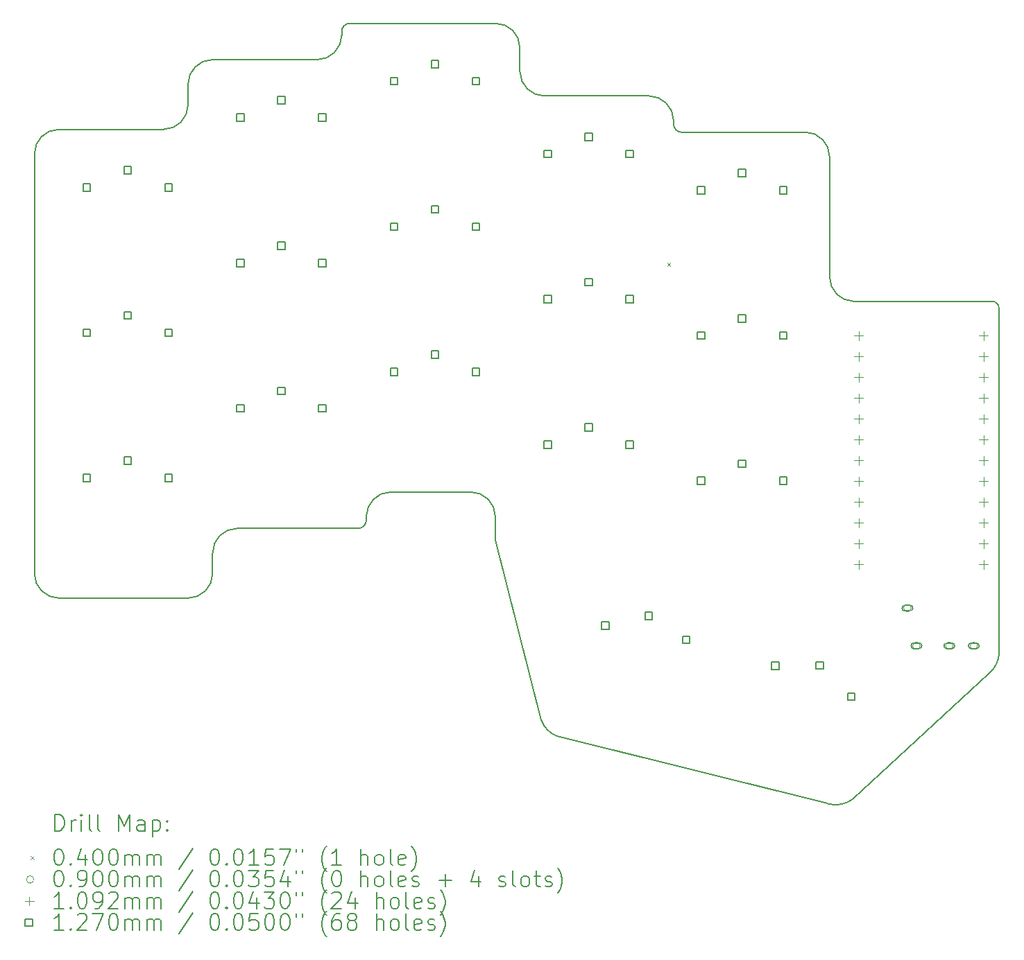
<source format=gbr>
%FSLAX45Y45*%
G04 Gerber Fmt 4.5, Leading zero omitted, Abs format (unit mm)*
G04 Created by KiCad (PCBNEW (6.0.1)) date 2022-01-21 15:59:15*
%MOMM*%
%LPD*%
G01*
G04 APERTURE LIST*
%TA.AperFunction,Profile*%
%ADD10C,0.150000*%
%TD*%
%ADD11C,0.200000*%
%ADD12C,0.040000*%
%ADD13C,0.090000*%
%ADD14C,0.109220*%
%ADD15C,0.127000*%
G04 APERTURE END LIST*
D10*
X14565868Y-9813440D02*
G75*
G03*
X14265868Y-9513440I-300000J0D01*
G01*
X10486500Y-14496750D02*
X10486500Y-14209250D01*
X12661500Y-9415500D02*
G75*
G03*
X12761500Y-9515500I100000J0D01*
G01*
X10786500Y-8484250D02*
G75*
G03*
X10486500Y-8184250I-300000J0D01*
G01*
X16636500Y-11684000D02*
G75*
G03*
X16573500Y-11581368I-87502J16940D01*
G01*
X8311500Y-8628000D02*
G75*
G03*
X8611500Y-8328000I0J300000D01*
G01*
X12661500Y-9371750D02*
X12661500Y-9415500D01*
X6736500Y-9180000D02*
X6736500Y-8928000D01*
X8711500Y-8184250D02*
X10486500Y-8184250D01*
X10786500Y-8771750D02*
G75*
G03*
X11086500Y-9071750I300000J0D01*
G01*
X14866197Y-11581368D02*
X16573500Y-11581368D01*
X7036500Y-8628000D02*
G75*
G03*
X6736500Y-8928000I0J-300000D01*
G01*
X16510000Y-16129000D02*
G75*
G03*
X16637000Y-15875000I-244625J281063D01*
G01*
X9211500Y-13909250D02*
G75*
G03*
X8911500Y-14209250I0J-300000D01*
G01*
X11049000Y-16700500D02*
G75*
G03*
X11239500Y-16891000I306697J116197D01*
G01*
X6736500Y-15205000D02*
G75*
G03*
X7036500Y-14905000I0J300000D01*
G01*
X8711500Y-8184250D02*
G75*
G03*
X8611500Y-8284250I0J-100000D01*
G01*
X14859000Y-17653000D02*
X16510000Y-16129000D01*
X10786500Y-8484250D02*
X10786500Y-8771750D01*
X8911500Y-14209250D02*
X8911500Y-14253000D01*
X4861500Y-14905000D02*
X4861500Y-9780000D01*
X6436500Y-9480000D02*
G75*
G03*
X6736500Y-9180000I0J300000D01*
G01*
X8811500Y-14353000D02*
G75*
G03*
X8911500Y-14253000I0J100000D01*
G01*
X5161500Y-9480000D02*
G75*
G03*
X4861500Y-9780000I0J-300000D01*
G01*
X11049000Y-16700500D02*
X10486500Y-14496750D01*
X14541500Y-17716500D02*
G75*
G03*
X14859000Y-17653000I97889J336057D01*
G01*
X14565868Y-9813440D02*
X14566197Y-11281368D01*
X7336500Y-14353000D02*
X8811500Y-14353000D01*
X14566197Y-11281368D02*
G75*
G03*
X14866197Y-11581368I300000J0D01*
G01*
X9211500Y-13909250D02*
X10186500Y-13909250D01*
X16637000Y-15875000D02*
X16636500Y-11684000D01*
X11239500Y-16891000D02*
X14541500Y-17716500D01*
X5161500Y-15205000D02*
X6736500Y-15205000D01*
X4861500Y-14905000D02*
G75*
G03*
X5161500Y-15205000I300000J0D01*
G01*
X11086500Y-9071750D02*
X12361500Y-9071750D01*
X12761500Y-9515500D02*
X14265868Y-9513440D01*
X5161500Y-9480000D02*
X6436500Y-9480000D01*
X8611500Y-8328000D02*
X8611500Y-8284250D01*
X7336500Y-14353000D02*
G75*
G03*
X7036500Y-14653000I0J-300000D01*
G01*
X7036500Y-8628000D02*
X8311500Y-8628000D01*
X10486500Y-14209250D02*
G75*
G03*
X10186500Y-13909250I-300000J0D01*
G01*
X12661500Y-9371750D02*
G75*
G03*
X12361500Y-9071750I-300000J0D01*
G01*
X7036500Y-14653000D02*
X7036500Y-14905000D01*
D11*
D12*
X12584250Y-11107070D02*
X12624250Y-11147070D01*
X12624250Y-11107070D02*
X12584250Y-11147070D01*
D13*
X15560250Y-15327500D02*
G75*
G03*
X15560250Y-15327500I-45000J0D01*
G01*
D11*
X15545250Y-15292500D02*
X15485250Y-15292500D01*
X15545250Y-15362500D02*
X15485250Y-15362500D01*
X15485250Y-15292500D02*
G75*
G03*
X15485250Y-15362500I0J-35000D01*
G01*
X15545250Y-15362500D02*
G75*
G03*
X15545250Y-15292500I0J35000D01*
G01*
D13*
X15670250Y-15787500D02*
G75*
G03*
X15670250Y-15787500I-45000J0D01*
G01*
D11*
X15655250Y-15752500D02*
X15595250Y-15752500D01*
X15655250Y-15822500D02*
X15595250Y-15822500D01*
X15595250Y-15752500D02*
G75*
G03*
X15595250Y-15822500I0J-35000D01*
G01*
X15655250Y-15822500D02*
G75*
G03*
X15655250Y-15752500I0J35000D01*
G01*
D13*
X16070250Y-15787500D02*
G75*
G03*
X16070250Y-15787500I-45000J0D01*
G01*
D11*
X16055250Y-15752500D02*
X15995250Y-15752500D01*
X16055250Y-15822500D02*
X15995250Y-15822500D01*
X15995250Y-15752500D02*
G75*
G03*
X15995250Y-15822500I0J-35000D01*
G01*
X16055250Y-15822500D02*
G75*
G03*
X16055250Y-15752500I0J35000D01*
G01*
D13*
X16370250Y-15787500D02*
G75*
G03*
X16370250Y-15787500I-45000J0D01*
G01*
D11*
X16355250Y-15752500D02*
X16295250Y-15752500D01*
X16355250Y-15822500D02*
X16295250Y-15822500D01*
X16295250Y-15752500D02*
G75*
G03*
X16295250Y-15822500I0J-35000D01*
G01*
X16355250Y-15822500D02*
G75*
G03*
X16355250Y-15752500I0J35000D01*
G01*
D14*
X14922500Y-11946890D02*
X14922500Y-12056110D01*
X14867890Y-12001500D02*
X14977110Y-12001500D01*
X14922500Y-12200890D02*
X14922500Y-12310110D01*
X14867890Y-12255500D02*
X14977110Y-12255500D01*
X14922500Y-12454890D02*
X14922500Y-12564110D01*
X14867890Y-12509500D02*
X14977110Y-12509500D01*
X14922500Y-12708890D02*
X14922500Y-12818110D01*
X14867890Y-12763500D02*
X14977110Y-12763500D01*
X14922500Y-12962890D02*
X14922500Y-13072110D01*
X14867890Y-13017500D02*
X14977110Y-13017500D01*
X14922500Y-13216890D02*
X14922500Y-13326110D01*
X14867890Y-13271500D02*
X14977110Y-13271500D01*
X14922500Y-13470890D02*
X14922500Y-13580110D01*
X14867890Y-13525500D02*
X14977110Y-13525500D01*
X14922500Y-13724890D02*
X14922500Y-13834110D01*
X14867890Y-13779500D02*
X14977110Y-13779500D01*
X14922500Y-13978890D02*
X14922500Y-14088110D01*
X14867890Y-14033500D02*
X14977110Y-14033500D01*
X14922500Y-14232890D02*
X14922500Y-14342110D01*
X14867890Y-14287500D02*
X14977110Y-14287500D01*
X14922500Y-14486890D02*
X14922500Y-14596110D01*
X14867890Y-14541500D02*
X14977110Y-14541500D01*
X14922500Y-14740890D02*
X14922500Y-14850110D01*
X14867890Y-14795500D02*
X14977110Y-14795500D01*
X16446500Y-11946890D02*
X16446500Y-12056110D01*
X16391890Y-12001500D02*
X16501110Y-12001500D01*
X16446500Y-12200890D02*
X16446500Y-12310110D01*
X16391890Y-12255500D02*
X16501110Y-12255500D01*
X16446500Y-12454890D02*
X16446500Y-12564110D01*
X16391890Y-12509500D02*
X16501110Y-12509500D01*
X16446500Y-12708890D02*
X16446500Y-12818110D01*
X16391890Y-12763500D02*
X16501110Y-12763500D01*
X16446500Y-12962890D02*
X16446500Y-13072110D01*
X16391890Y-13017500D02*
X16501110Y-13017500D01*
X16446500Y-13216890D02*
X16446500Y-13326110D01*
X16391890Y-13271500D02*
X16501110Y-13271500D01*
X16446500Y-13470890D02*
X16446500Y-13580110D01*
X16391890Y-13525500D02*
X16501110Y-13525500D01*
X16446500Y-13724890D02*
X16446500Y-13834110D01*
X16391890Y-13779500D02*
X16501110Y-13779500D01*
X16446500Y-13978890D02*
X16446500Y-14088110D01*
X16391890Y-14033500D02*
X16501110Y-14033500D01*
X16446500Y-14232890D02*
X16446500Y-14342110D01*
X16391890Y-14287500D02*
X16501110Y-14287500D01*
X16446500Y-14486890D02*
X16446500Y-14596110D01*
X16391890Y-14541500D02*
X16501110Y-14541500D01*
X16446500Y-14740890D02*
X16446500Y-14850110D01*
X16391890Y-14795500D02*
X16501110Y-14795500D01*
D15*
X5543902Y-10232402D02*
X5543902Y-10142598D01*
X5454098Y-10142598D01*
X5454098Y-10232402D01*
X5543902Y-10232402D01*
X5543902Y-12007402D02*
X5543902Y-11917598D01*
X5454098Y-11917598D01*
X5454098Y-12007402D01*
X5543902Y-12007402D01*
X5543902Y-13782402D02*
X5543902Y-13692598D01*
X5454098Y-13692598D01*
X5454098Y-13782402D01*
X5543902Y-13782402D01*
X6043902Y-10022402D02*
X6043902Y-9932598D01*
X5954098Y-9932598D01*
X5954098Y-10022402D01*
X6043902Y-10022402D01*
X6043902Y-10022402D02*
X6043902Y-9932598D01*
X5954098Y-9932598D01*
X5954098Y-10022402D01*
X6043902Y-10022402D01*
X6043902Y-11797402D02*
X6043902Y-11707598D01*
X5954098Y-11707598D01*
X5954098Y-11797402D01*
X6043902Y-11797402D01*
X6043902Y-11797402D02*
X6043902Y-11707598D01*
X5954098Y-11707598D01*
X5954098Y-11797402D01*
X6043902Y-11797402D01*
X6043902Y-13572402D02*
X6043902Y-13482598D01*
X5954098Y-13482598D01*
X5954098Y-13572402D01*
X6043902Y-13572402D01*
X6043902Y-13572402D02*
X6043902Y-13482598D01*
X5954098Y-13482598D01*
X5954098Y-13572402D01*
X6043902Y-13572402D01*
X6543902Y-10232402D02*
X6543902Y-10142598D01*
X6454098Y-10142598D01*
X6454098Y-10232402D01*
X6543902Y-10232402D01*
X6543902Y-12007402D02*
X6543902Y-11917598D01*
X6454098Y-11917598D01*
X6454098Y-12007402D01*
X6543902Y-12007402D01*
X6543902Y-13782402D02*
X6543902Y-13692598D01*
X6454098Y-13692598D01*
X6454098Y-13782402D01*
X6543902Y-13782402D01*
X7418902Y-9380402D02*
X7418902Y-9290598D01*
X7329098Y-9290598D01*
X7329098Y-9380402D01*
X7418902Y-9380402D01*
X7418902Y-11155402D02*
X7418902Y-11065598D01*
X7329098Y-11065598D01*
X7329098Y-11155402D01*
X7418902Y-11155402D01*
X7418902Y-12930402D02*
X7418902Y-12840598D01*
X7329098Y-12840598D01*
X7329098Y-12930402D01*
X7418902Y-12930402D01*
X7918902Y-9170402D02*
X7918902Y-9080598D01*
X7829098Y-9080598D01*
X7829098Y-9170402D01*
X7918902Y-9170402D01*
X7918902Y-9170402D02*
X7918902Y-9080598D01*
X7829098Y-9080598D01*
X7829098Y-9170402D01*
X7918902Y-9170402D01*
X7918902Y-10945402D02*
X7918902Y-10855598D01*
X7829098Y-10855598D01*
X7829098Y-10945402D01*
X7918902Y-10945402D01*
X7918902Y-10945402D02*
X7918902Y-10855598D01*
X7829098Y-10855598D01*
X7829098Y-10945402D01*
X7918902Y-10945402D01*
X7918902Y-12720402D02*
X7918902Y-12630598D01*
X7829098Y-12630598D01*
X7829098Y-12720402D01*
X7918902Y-12720402D01*
X7918902Y-12720402D02*
X7918902Y-12630598D01*
X7829098Y-12630598D01*
X7829098Y-12720402D01*
X7918902Y-12720402D01*
X8418902Y-9380402D02*
X8418902Y-9290598D01*
X8329098Y-9290598D01*
X8329098Y-9380402D01*
X8418902Y-9380402D01*
X8418902Y-11155402D02*
X8418902Y-11065598D01*
X8329098Y-11065598D01*
X8329098Y-11155402D01*
X8418902Y-11155402D01*
X8418902Y-12930402D02*
X8418902Y-12840598D01*
X8329098Y-12840598D01*
X8329098Y-12930402D01*
X8418902Y-12930402D01*
X9293902Y-8936652D02*
X9293902Y-8846848D01*
X9204098Y-8846848D01*
X9204098Y-8936652D01*
X9293902Y-8936652D01*
X9293902Y-10711652D02*
X9293902Y-10621848D01*
X9204098Y-10621848D01*
X9204098Y-10711652D01*
X9293902Y-10711652D01*
X9293902Y-12486652D02*
X9293902Y-12396848D01*
X9204098Y-12396848D01*
X9204098Y-12486652D01*
X9293902Y-12486652D01*
X9793902Y-8726652D02*
X9793902Y-8636848D01*
X9704098Y-8636848D01*
X9704098Y-8726652D01*
X9793902Y-8726652D01*
X9793902Y-8726652D02*
X9793902Y-8636848D01*
X9704098Y-8636848D01*
X9704098Y-8726652D01*
X9793902Y-8726652D01*
X9793902Y-10501652D02*
X9793902Y-10411848D01*
X9704098Y-10411848D01*
X9704098Y-10501652D01*
X9793902Y-10501652D01*
X9793902Y-10501652D02*
X9793902Y-10411848D01*
X9704098Y-10411848D01*
X9704098Y-10501652D01*
X9793902Y-10501652D01*
X9793902Y-12276652D02*
X9793902Y-12186848D01*
X9704098Y-12186848D01*
X9704098Y-12276652D01*
X9793902Y-12276652D01*
X9793902Y-12276652D02*
X9793902Y-12186848D01*
X9704098Y-12186848D01*
X9704098Y-12276652D01*
X9793902Y-12276652D01*
X10293902Y-8936652D02*
X10293902Y-8846848D01*
X10204098Y-8846848D01*
X10204098Y-8936652D01*
X10293902Y-8936652D01*
X10293902Y-10711652D02*
X10293902Y-10621848D01*
X10204098Y-10621848D01*
X10204098Y-10711652D01*
X10293902Y-10711652D01*
X10293902Y-12486652D02*
X10293902Y-12396848D01*
X10204098Y-12396848D01*
X10204098Y-12486652D01*
X10293902Y-12486652D01*
X11168902Y-9824152D02*
X11168902Y-9734348D01*
X11079098Y-9734348D01*
X11079098Y-9824152D01*
X11168902Y-9824152D01*
X11168902Y-11599152D02*
X11168902Y-11509348D01*
X11079098Y-11509348D01*
X11079098Y-11599152D01*
X11168902Y-11599152D01*
X11168902Y-13374152D02*
X11168902Y-13284348D01*
X11079098Y-13284348D01*
X11079098Y-13374152D01*
X11168902Y-13374152D01*
X11668902Y-9614152D02*
X11668902Y-9524348D01*
X11579098Y-9524348D01*
X11579098Y-9614152D01*
X11668902Y-9614152D01*
X11668902Y-9614152D02*
X11668902Y-9524348D01*
X11579098Y-9524348D01*
X11579098Y-9614152D01*
X11668902Y-9614152D01*
X11668902Y-11389152D02*
X11668902Y-11299348D01*
X11579098Y-11299348D01*
X11579098Y-11389152D01*
X11668902Y-11389152D01*
X11668902Y-11389152D02*
X11668902Y-11299348D01*
X11579098Y-11299348D01*
X11579098Y-11389152D01*
X11668902Y-11389152D01*
X11668902Y-13164152D02*
X11668902Y-13074348D01*
X11579098Y-13074348D01*
X11579098Y-13164152D01*
X11668902Y-13164152D01*
X11668902Y-13164152D02*
X11668902Y-13074348D01*
X11579098Y-13074348D01*
X11579098Y-13164152D01*
X11668902Y-13164152D01*
X11873984Y-15585851D02*
X11873984Y-15496047D01*
X11784181Y-15496047D01*
X11784181Y-15585851D01*
X11873984Y-15585851D01*
X12168902Y-9824152D02*
X12168902Y-9734348D01*
X12079098Y-9734348D01*
X12079098Y-9824152D01*
X12168902Y-9824152D01*
X12168902Y-11599152D02*
X12168902Y-11509348D01*
X12079098Y-11509348D01*
X12079098Y-11599152D01*
X12168902Y-11599152D01*
X12168902Y-13374152D02*
X12168902Y-13284348D01*
X12079098Y-13284348D01*
X12079098Y-13374152D01*
X12168902Y-13374152D01*
X12402854Y-15465865D02*
X12402854Y-15376062D01*
X12313051Y-15376062D01*
X12313051Y-15465865D01*
X12402854Y-15465865D01*
X12402854Y-15465865D02*
X12402854Y-15376062D01*
X12313051Y-15376062D01*
X12313051Y-15465865D01*
X12402854Y-15465865D01*
X12858792Y-15759499D02*
X12858792Y-15669695D01*
X12768988Y-15669695D01*
X12768988Y-15759499D01*
X12858792Y-15759499D01*
X13043902Y-10267902D02*
X13043902Y-10178098D01*
X12954098Y-10178098D01*
X12954098Y-10267902D01*
X13043902Y-10267902D01*
X13043902Y-12042902D02*
X13043902Y-11953098D01*
X12954098Y-11953098D01*
X12954098Y-12042902D01*
X13043902Y-12042902D01*
X13043902Y-13817902D02*
X13043902Y-13728098D01*
X12954098Y-13728098D01*
X12954098Y-13817902D01*
X13043902Y-13817902D01*
X13543902Y-10057902D02*
X13543902Y-9968098D01*
X13454098Y-9968098D01*
X13454098Y-10057902D01*
X13543902Y-10057902D01*
X13543902Y-10057902D02*
X13543902Y-9968098D01*
X13454098Y-9968098D01*
X13454098Y-10057902D01*
X13543902Y-10057902D01*
X13543902Y-11832902D02*
X13543902Y-11743098D01*
X13454098Y-11743098D01*
X13454098Y-11832902D01*
X13543902Y-11832902D01*
X13543902Y-11832902D02*
X13543902Y-11743098D01*
X13454098Y-11743098D01*
X13454098Y-11832902D01*
X13543902Y-11832902D01*
X13543902Y-13607902D02*
X13543902Y-13518098D01*
X13454098Y-13518098D01*
X13454098Y-13607902D01*
X13543902Y-13607902D01*
X13543902Y-13607902D02*
X13543902Y-13518098D01*
X13454098Y-13518098D01*
X13454098Y-13607902D01*
X13543902Y-13607902D01*
X13947660Y-16078768D02*
X13947660Y-15988965D01*
X13857857Y-15988965D01*
X13857857Y-16078768D01*
X13947660Y-16078768D01*
X14043902Y-10267902D02*
X14043902Y-10178098D01*
X13954098Y-10178098D01*
X13954098Y-10267902D01*
X14043902Y-10267902D01*
X14043902Y-12042902D02*
X14043902Y-11953098D01*
X13954098Y-11953098D01*
X13954098Y-12042902D01*
X14043902Y-12042902D01*
X14043902Y-13817902D02*
X14043902Y-13728098D01*
X13954098Y-13728098D01*
X13954098Y-13817902D01*
X14043902Y-13817902D01*
X14489920Y-16071363D02*
X14489920Y-15981560D01*
X14400116Y-15981560D01*
X14400116Y-16071363D01*
X14489920Y-16071363D01*
X14489920Y-16071363D02*
X14489920Y-15981560D01*
X14400116Y-15981560D01*
X14400116Y-16071363D01*
X14489920Y-16071363D01*
X14874844Y-16453375D02*
X14874844Y-16363572D01*
X14785041Y-16363572D01*
X14785041Y-16453375D01*
X14874844Y-16453375D01*
D11*
X5111619Y-18048443D02*
X5111619Y-17848443D01*
X5159238Y-17848443D01*
X5187810Y-17857967D01*
X5206857Y-17877014D01*
X5216381Y-17896062D01*
X5225905Y-17934157D01*
X5225905Y-17962728D01*
X5216381Y-18000824D01*
X5206857Y-18019871D01*
X5187810Y-18038919D01*
X5159238Y-18048443D01*
X5111619Y-18048443D01*
X5311619Y-18048443D02*
X5311619Y-17915109D01*
X5311619Y-17953205D02*
X5321143Y-17934157D01*
X5330667Y-17924633D01*
X5349714Y-17915109D01*
X5368762Y-17915109D01*
X5435429Y-18048443D02*
X5435429Y-17915109D01*
X5435429Y-17848443D02*
X5425905Y-17857967D01*
X5435429Y-17867490D01*
X5444952Y-17857967D01*
X5435429Y-17848443D01*
X5435429Y-17867490D01*
X5559238Y-18048443D02*
X5540190Y-18038919D01*
X5530667Y-18019871D01*
X5530667Y-17848443D01*
X5664000Y-18048443D02*
X5644952Y-18038919D01*
X5635428Y-18019871D01*
X5635428Y-17848443D01*
X5892571Y-18048443D02*
X5892571Y-17848443D01*
X5959238Y-17991300D01*
X6025905Y-17848443D01*
X6025905Y-18048443D01*
X6206857Y-18048443D02*
X6206857Y-17943681D01*
X6197333Y-17924633D01*
X6178286Y-17915109D01*
X6140190Y-17915109D01*
X6121143Y-17924633D01*
X6206857Y-18038919D02*
X6187809Y-18048443D01*
X6140190Y-18048443D01*
X6121143Y-18038919D01*
X6111619Y-18019871D01*
X6111619Y-18000824D01*
X6121143Y-17981776D01*
X6140190Y-17972252D01*
X6187809Y-17972252D01*
X6206857Y-17962728D01*
X6302095Y-17915109D02*
X6302095Y-18115109D01*
X6302095Y-17924633D02*
X6321143Y-17915109D01*
X6359238Y-17915109D01*
X6378286Y-17924633D01*
X6387809Y-17934157D01*
X6397333Y-17953205D01*
X6397333Y-18010347D01*
X6387809Y-18029395D01*
X6378286Y-18038919D01*
X6359238Y-18048443D01*
X6321143Y-18048443D01*
X6302095Y-18038919D01*
X6483048Y-18029395D02*
X6492571Y-18038919D01*
X6483048Y-18048443D01*
X6473524Y-18038919D01*
X6483048Y-18029395D01*
X6483048Y-18048443D01*
X6483048Y-17924633D02*
X6492571Y-17934157D01*
X6483048Y-17943681D01*
X6473524Y-17934157D01*
X6483048Y-17924633D01*
X6483048Y-17943681D01*
D12*
X4814000Y-18357967D02*
X4854000Y-18397967D01*
X4854000Y-18357967D02*
X4814000Y-18397967D01*
D11*
X5149714Y-18268443D02*
X5168762Y-18268443D01*
X5187810Y-18277967D01*
X5197333Y-18287490D01*
X5206857Y-18306538D01*
X5216381Y-18344633D01*
X5216381Y-18392252D01*
X5206857Y-18430347D01*
X5197333Y-18449395D01*
X5187810Y-18458919D01*
X5168762Y-18468443D01*
X5149714Y-18468443D01*
X5130667Y-18458919D01*
X5121143Y-18449395D01*
X5111619Y-18430347D01*
X5102095Y-18392252D01*
X5102095Y-18344633D01*
X5111619Y-18306538D01*
X5121143Y-18287490D01*
X5130667Y-18277967D01*
X5149714Y-18268443D01*
X5302095Y-18449395D02*
X5311619Y-18458919D01*
X5302095Y-18468443D01*
X5292571Y-18458919D01*
X5302095Y-18449395D01*
X5302095Y-18468443D01*
X5483048Y-18335109D02*
X5483048Y-18468443D01*
X5435429Y-18258919D02*
X5387810Y-18401776D01*
X5511619Y-18401776D01*
X5625905Y-18268443D02*
X5644952Y-18268443D01*
X5664000Y-18277967D01*
X5673524Y-18287490D01*
X5683048Y-18306538D01*
X5692571Y-18344633D01*
X5692571Y-18392252D01*
X5683048Y-18430347D01*
X5673524Y-18449395D01*
X5664000Y-18458919D01*
X5644952Y-18468443D01*
X5625905Y-18468443D01*
X5606857Y-18458919D01*
X5597333Y-18449395D01*
X5587810Y-18430347D01*
X5578286Y-18392252D01*
X5578286Y-18344633D01*
X5587810Y-18306538D01*
X5597333Y-18287490D01*
X5606857Y-18277967D01*
X5625905Y-18268443D01*
X5816381Y-18268443D02*
X5835428Y-18268443D01*
X5854476Y-18277967D01*
X5864000Y-18287490D01*
X5873524Y-18306538D01*
X5883048Y-18344633D01*
X5883048Y-18392252D01*
X5873524Y-18430347D01*
X5864000Y-18449395D01*
X5854476Y-18458919D01*
X5835428Y-18468443D01*
X5816381Y-18468443D01*
X5797333Y-18458919D01*
X5787809Y-18449395D01*
X5778286Y-18430347D01*
X5768762Y-18392252D01*
X5768762Y-18344633D01*
X5778286Y-18306538D01*
X5787809Y-18287490D01*
X5797333Y-18277967D01*
X5816381Y-18268443D01*
X5968762Y-18468443D02*
X5968762Y-18335109D01*
X5968762Y-18354157D02*
X5978286Y-18344633D01*
X5997333Y-18335109D01*
X6025905Y-18335109D01*
X6044952Y-18344633D01*
X6054476Y-18363681D01*
X6054476Y-18468443D01*
X6054476Y-18363681D02*
X6064000Y-18344633D01*
X6083048Y-18335109D01*
X6111619Y-18335109D01*
X6130667Y-18344633D01*
X6140190Y-18363681D01*
X6140190Y-18468443D01*
X6235428Y-18468443D02*
X6235428Y-18335109D01*
X6235428Y-18354157D02*
X6244952Y-18344633D01*
X6264000Y-18335109D01*
X6292571Y-18335109D01*
X6311619Y-18344633D01*
X6321143Y-18363681D01*
X6321143Y-18468443D01*
X6321143Y-18363681D02*
X6330667Y-18344633D01*
X6349714Y-18335109D01*
X6378286Y-18335109D01*
X6397333Y-18344633D01*
X6406857Y-18363681D01*
X6406857Y-18468443D01*
X6797333Y-18258919D02*
X6625905Y-18516062D01*
X7054476Y-18268443D02*
X7073524Y-18268443D01*
X7092571Y-18277967D01*
X7102095Y-18287490D01*
X7111619Y-18306538D01*
X7121143Y-18344633D01*
X7121143Y-18392252D01*
X7111619Y-18430347D01*
X7102095Y-18449395D01*
X7092571Y-18458919D01*
X7073524Y-18468443D01*
X7054476Y-18468443D01*
X7035428Y-18458919D01*
X7025905Y-18449395D01*
X7016381Y-18430347D01*
X7006857Y-18392252D01*
X7006857Y-18344633D01*
X7016381Y-18306538D01*
X7025905Y-18287490D01*
X7035428Y-18277967D01*
X7054476Y-18268443D01*
X7206857Y-18449395D02*
X7216381Y-18458919D01*
X7206857Y-18468443D01*
X7197333Y-18458919D01*
X7206857Y-18449395D01*
X7206857Y-18468443D01*
X7340190Y-18268443D02*
X7359238Y-18268443D01*
X7378286Y-18277967D01*
X7387809Y-18287490D01*
X7397333Y-18306538D01*
X7406857Y-18344633D01*
X7406857Y-18392252D01*
X7397333Y-18430347D01*
X7387809Y-18449395D01*
X7378286Y-18458919D01*
X7359238Y-18468443D01*
X7340190Y-18468443D01*
X7321143Y-18458919D01*
X7311619Y-18449395D01*
X7302095Y-18430347D01*
X7292571Y-18392252D01*
X7292571Y-18344633D01*
X7302095Y-18306538D01*
X7311619Y-18287490D01*
X7321143Y-18277967D01*
X7340190Y-18268443D01*
X7597333Y-18468443D02*
X7483048Y-18468443D01*
X7540190Y-18468443D02*
X7540190Y-18268443D01*
X7521143Y-18297014D01*
X7502095Y-18316062D01*
X7483048Y-18325586D01*
X7778286Y-18268443D02*
X7683048Y-18268443D01*
X7673524Y-18363681D01*
X7683048Y-18354157D01*
X7702095Y-18344633D01*
X7749714Y-18344633D01*
X7768762Y-18354157D01*
X7778286Y-18363681D01*
X7787809Y-18382728D01*
X7787809Y-18430347D01*
X7778286Y-18449395D01*
X7768762Y-18458919D01*
X7749714Y-18468443D01*
X7702095Y-18468443D01*
X7683048Y-18458919D01*
X7673524Y-18449395D01*
X7854476Y-18268443D02*
X7987809Y-18268443D01*
X7902095Y-18468443D01*
X8054476Y-18268443D02*
X8054476Y-18306538D01*
X8130667Y-18268443D02*
X8130667Y-18306538D01*
X8425905Y-18544633D02*
X8416381Y-18535109D01*
X8397333Y-18506538D01*
X8387809Y-18487490D01*
X8378286Y-18458919D01*
X8368762Y-18411300D01*
X8368762Y-18373205D01*
X8378286Y-18325586D01*
X8387809Y-18297014D01*
X8397333Y-18277967D01*
X8416381Y-18249395D01*
X8425905Y-18239871D01*
X8606857Y-18468443D02*
X8492571Y-18468443D01*
X8549714Y-18468443D02*
X8549714Y-18268443D01*
X8530667Y-18297014D01*
X8511619Y-18316062D01*
X8492571Y-18325586D01*
X8844952Y-18468443D02*
X8844952Y-18268443D01*
X8930667Y-18468443D02*
X8930667Y-18363681D01*
X8921143Y-18344633D01*
X8902095Y-18335109D01*
X8873524Y-18335109D01*
X8854476Y-18344633D01*
X8844952Y-18354157D01*
X9054476Y-18468443D02*
X9035429Y-18458919D01*
X9025905Y-18449395D01*
X9016381Y-18430347D01*
X9016381Y-18373205D01*
X9025905Y-18354157D01*
X9035429Y-18344633D01*
X9054476Y-18335109D01*
X9083048Y-18335109D01*
X9102095Y-18344633D01*
X9111619Y-18354157D01*
X9121143Y-18373205D01*
X9121143Y-18430347D01*
X9111619Y-18449395D01*
X9102095Y-18458919D01*
X9083048Y-18468443D01*
X9054476Y-18468443D01*
X9235429Y-18468443D02*
X9216381Y-18458919D01*
X9206857Y-18439871D01*
X9206857Y-18268443D01*
X9387810Y-18458919D02*
X9368762Y-18468443D01*
X9330667Y-18468443D01*
X9311619Y-18458919D01*
X9302095Y-18439871D01*
X9302095Y-18363681D01*
X9311619Y-18344633D01*
X9330667Y-18335109D01*
X9368762Y-18335109D01*
X9387810Y-18344633D01*
X9397333Y-18363681D01*
X9397333Y-18382728D01*
X9302095Y-18401776D01*
X9464000Y-18544633D02*
X9473524Y-18535109D01*
X9492571Y-18506538D01*
X9502095Y-18487490D01*
X9511619Y-18458919D01*
X9521143Y-18411300D01*
X9521143Y-18373205D01*
X9511619Y-18325586D01*
X9502095Y-18297014D01*
X9492571Y-18277967D01*
X9473524Y-18249395D01*
X9464000Y-18239871D01*
D13*
X4854000Y-18641967D02*
G75*
G03*
X4854000Y-18641967I-45000J0D01*
G01*
D11*
X5149714Y-18532443D02*
X5168762Y-18532443D01*
X5187810Y-18541967D01*
X5197333Y-18551490D01*
X5206857Y-18570538D01*
X5216381Y-18608633D01*
X5216381Y-18656252D01*
X5206857Y-18694347D01*
X5197333Y-18713395D01*
X5187810Y-18722919D01*
X5168762Y-18732443D01*
X5149714Y-18732443D01*
X5130667Y-18722919D01*
X5121143Y-18713395D01*
X5111619Y-18694347D01*
X5102095Y-18656252D01*
X5102095Y-18608633D01*
X5111619Y-18570538D01*
X5121143Y-18551490D01*
X5130667Y-18541967D01*
X5149714Y-18532443D01*
X5302095Y-18713395D02*
X5311619Y-18722919D01*
X5302095Y-18732443D01*
X5292571Y-18722919D01*
X5302095Y-18713395D01*
X5302095Y-18732443D01*
X5406857Y-18732443D02*
X5444952Y-18732443D01*
X5464000Y-18722919D01*
X5473524Y-18713395D01*
X5492571Y-18684824D01*
X5502095Y-18646728D01*
X5502095Y-18570538D01*
X5492571Y-18551490D01*
X5483048Y-18541967D01*
X5464000Y-18532443D01*
X5425905Y-18532443D01*
X5406857Y-18541967D01*
X5397333Y-18551490D01*
X5387810Y-18570538D01*
X5387810Y-18618157D01*
X5397333Y-18637205D01*
X5406857Y-18646728D01*
X5425905Y-18656252D01*
X5464000Y-18656252D01*
X5483048Y-18646728D01*
X5492571Y-18637205D01*
X5502095Y-18618157D01*
X5625905Y-18532443D02*
X5644952Y-18532443D01*
X5664000Y-18541967D01*
X5673524Y-18551490D01*
X5683048Y-18570538D01*
X5692571Y-18608633D01*
X5692571Y-18656252D01*
X5683048Y-18694347D01*
X5673524Y-18713395D01*
X5664000Y-18722919D01*
X5644952Y-18732443D01*
X5625905Y-18732443D01*
X5606857Y-18722919D01*
X5597333Y-18713395D01*
X5587810Y-18694347D01*
X5578286Y-18656252D01*
X5578286Y-18608633D01*
X5587810Y-18570538D01*
X5597333Y-18551490D01*
X5606857Y-18541967D01*
X5625905Y-18532443D01*
X5816381Y-18532443D02*
X5835428Y-18532443D01*
X5854476Y-18541967D01*
X5864000Y-18551490D01*
X5873524Y-18570538D01*
X5883048Y-18608633D01*
X5883048Y-18656252D01*
X5873524Y-18694347D01*
X5864000Y-18713395D01*
X5854476Y-18722919D01*
X5835428Y-18732443D01*
X5816381Y-18732443D01*
X5797333Y-18722919D01*
X5787809Y-18713395D01*
X5778286Y-18694347D01*
X5768762Y-18656252D01*
X5768762Y-18608633D01*
X5778286Y-18570538D01*
X5787809Y-18551490D01*
X5797333Y-18541967D01*
X5816381Y-18532443D01*
X5968762Y-18732443D02*
X5968762Y-18599109D01*
X5968762Y-18618157D02*
X5978286Y-18608633D01*
X5997333Y-18599109D01*
X6025905Y-18599109D01*
X6044952Y-18608633D01*
X6054476Y-18627681D01*
X6054476Y-18732443D01*
X6054476Y-18627681D02*
X6064000Y-18608633D01*
X6083048Y-18599109D01*
X6111619Y-18599109D01*
X6130667Y-18608633D01*
X6140190Y-18627681D01*
X6140190Y-18732443D01*
X6235428Y-18732443D02*
X6235428Y-18599109D01*
X6235428Y-18618157D02*
X6244952Y-18608633D01*
X6264000Y-18599109D01*
X6292571Y-18599109D01*
X6311619Y-18608633D01*
X6321143Y-18627681D01*
X6321143Y-18732443D01*
X6321143Y-18627681D02*
X6330667Y-18608633D01*
X6349714Y-18599109D01*
X6378286Y-18599109D01*
X6397333Y-18608633D01*
X6406857Y-18627681D01*
X6406857Y-18732443D01*
X6797333Y-18522919D02*
X6625905Y-18780062D01*
X7054476Y-18532443D02*
X7073524Y-18532443D01*
X7092571Y-18541967D01*
X7102095Y-18551490D01*
X7111619Y-18570538D01*
X7121143Y-18608633D01*
X7121143Y-18656252D01*
X7111619Y-18694347D01*
X7102095Y-18713395D01*
X7092571Y-18722919D01*
X7073524Y-18732443D01*
X7054476Y-18732443D01*
X7035428Y-18722919D01*
X7025905Y-18713395D01*
X7016381Y-18694347D01*
X7006857Y-18656252D01*
X7006857Y-18608633D01*
X7016381Y-18570538D01*
X7025905Y-18551490D01*
X7035428Y-18541967D01*
X7054476Y-18532443D01*
X7206857Y-18713395D02*
X7216381Y-18722919D01*
X7206857Y-18732443D01*
X7197333Y-18722919D01*
X7206857Y-18713395D01*
X7206857Y-18732443D01*
X7340190Y-18532443D02*
X7359238Y-18532443D01*
X7378286Y-18541967D01*
X7387809Y-18551490D01*
X7397333Y-18570538D01*
X7406857Y-18608633D01*
X7406857Y-18656252D01*
X7397333Y-18694347D01*
X7387809Y-18713395D01*
X7378286Y-18722919D01*
X7359238Y-18732443D01*
X7340190Y-18732443D01*
X7321143Y-18722919D01*
X7311619Y-18713395D01*
X7302095Y-18694347D01*
X7292571Y-18656252D01*
X7292571Y-18608633D01*
X7302095Y-18570538D01*
X7311619Y-18551490D01*
X7321143Y-18541967D01*
X7340190Y-18532443D01*
X7473524Y-18532443D02*
X7597333Y-18532443D01*
X7530667Y-18608633D01*
X7559238Y-18608633D01*
X7578286Y-18618157D01*
X7587809Y-18627681D01*
X7597333Y-18646728D01*
X7597333Y-18694347D01*
X7587809Y-18713395D01*
X7578286Y-18722919D01*
X7559238Y-18732443D01*
X7502095Y-18732443D01*
X7483048Y-18722919D01*
X7473524Y-18713395D01*
X7778286Y-18532443D02*
X7683048Y-18532443D01*
X7673524Y-18627681D01*
X7683048Y-18618157D01*
X7702095Y-18608633D01*
X7749714Y-18608633D01*
X7768762Y-18618157D01*
X7778286Y-18627681D01*
X7787809Y-18646728D01*
X7787809Y-18694347D01*
X7778286Y-18713395D01*
X7768762Y-18722919D01*
X7749714Y-18732443D01*
X7702095Y-18732443D01*
X7683048Y-18722919D01*
X7673524Y-18713395D01*
X7959238Y-18599109D02*
X7959238Y-18732443D01*
X7911619Y-18522919D02*
X7864000Y-18665776D01*
X7987809Y-18665776D01*
X8054476Y-18532443D02*
X8054476Y-18570538D01*
X8130667Y-18532443D02*
X8130667Y-18570538D01*
X8425905Y-18808633D02*
X8416381Y-18799109D01*
X8397333Y-18770538D01*
X8387809Y-18751490D01*
X8378286Y-18722919D01*
X8368762Y-18675300D01*
X8368762Y-18637205D01*
X8378286Y-18589586D01*
X8387809Y-18561014D01*
X8397333Y-18541967D01*
X8416381Y-18513395D01*
X8425905Y-18503871D01*
X8540190Y-18532443D02*
X8559238Y-18532443D01*
X8578286Y-18541967D01*
X8587810Y-18551490D01*
X8597333Y-18570538D01*
X8606857Y-18608633D01*
X8606857Y-18656252D01*
X8597333Y-18694347D01*
X8587810Y-18713395D01*
X8578286Y-18722919D01*
X8559238Y-18732443D01*
X8540190Y-18732443D01*
X8521143Y-18722919D01*
X8511619Y-18713395D01*
X8502095Y-18694347D01*
X8492571Y-18656252D01*
X8492571Y-18608633D01*
X8502095Y-18570538D01*
X8511619Y-18551490D01*
X8521143Y-18541967D01*
X8540190Y-18532443D01*
X8844952Y-18732443D02*
X8844952Y-18532443D01*
X8930667Y-18732443D02*
X8930667Y-18627681D01*
X8921143Y-18608633D01*
X8902095Y-18599109D01*
X8873524Y-18599109D01*
X8854476Y-18608633D01*
X8844952Y-18618157D01*
X9054476Y-18732443D02*
X9035429Y-18722919D01*
X9025905Y-18713395D01*
X9016381Y-18694347D01*
X9016381Y-18637205D01*
X9025905Y-18618157D01*
X9035429Y-18608633D01*
X9054476Y-18599109D01*
X9083048Y-18599109D01*
X9102095Y-18608633D01*
X9111619Y-18618157D01*
X9121143Y-18637205D01*
X9121143Y-18694347D01*
X9111619Y-18713395D01*
X9102095Y-18722919D01*
X9083048Y-18732443D01*
X9054476Y-18732443D01*
X9235429Y-18732443D02*
X9216381Y-18722919D01*
X9206857Y-18703871D01*
X9206857Y-18532443D01*
X9387810Y-18722919D02*
X9368762Y-18732443D01*
X9330667Y-18732443D01*
X9311619Y-18722919D01*
X9302095Y-18703871D01*
X9302095Y-18627681D01*
X9311619Y-18608633D01*
X9330667Y-18599109D01*
X9368762Y-18599109D01*
X9387810Y-18608633D01*
X9397333Y-18627681D01*
X9397333Y-18646728D01*
X9302095Y-18665776D01*
X9473524Y-18722919D02*
X9492571Y-18732443D01*
X9530667Y-18732443D01*
X9549714Y-18722919D01*
X9559238Y-18703871D01*
X9559238Y-18694347D01*
X9549714Y-18675300D01*
X9530667Y-18665776D01*
X9502095Y-18665776D01*
X9483048Y-18656252D01*
X9473524Y-18637205D01*
X9473524Y-18627681D01*
X9483048Y-18608633D01*
X9502095Y-18599109D01*
X9530667Y-18599109D01*
X9549714Y-18608633D01*
X9797333Y-18656252D02*
X9949714Y-18656252D01*
X9873524Y-18732443D02*
X9873524Y-18580062D01*
X10283048Y-18599109D02*
X10283048Y-18732443D01*
X10235429Y-18522919D02*
X10187810Y-18665776D01*
X10311619Y-18665776D01*
X10530667Y-18722919D02*
X10549714Y-18732443D01*
X10587810Y-18732443D01*
X10606857Y-18722919D01*
X10616381Y-18703871D01*
X10616381Y-18694347D01*
X10606857Y-18675300D01*
X10587810Y-18665776D01*
X10559238Y-18665776D01*
X10540190Y-18656252D01*
X10530667Y-18637205D01*
X10530667Y-18627681D01*
X10540190Y-18608633D01*
X10559238Y-18599109D01*
X10587810Y-18599109D01*
X10606857Y-18608633D01*
X10730667Y-18732443D02*
X10711619Y-18722919D01*
X10702095Y-18703871D01*
X10702095Y-18532443D01*
X10835429Y-18732443D02*
X10816381Y-18722919D01*
X10806857Y-18713395D01*
X10797333Y-18694347D01*
X10797333Y-18637205D01*
X10806857Y-18618157D01*
X10816381Y-18608633D01*
X10835429Y-18599109D01*
X10864000Y-18599109D01*
X10883048Y-18608633D01*
X10892571Y-18618157D01*
X10902095Y-18637205D01*
X10902095Y-18694347D01*
X10892571Y-18713395D01*
X10883048Y-18722919D01*
X10864000Y-18732443D01*
X10835429Y-18732443D01*
X10959238Y-18599109D02*
X11035429Y-18599109D01*
X10987810Y-18532443D02*
X10987810Y-18703871D01*
X10997333Y-18722919D01*
X11016381Y-18732443D01*
X11035429Y-18732443D01*
X11092571Y-18722919D02*
X11111619Y-18732443D01*
X11149714Y-18732443D01*
X11168762Y-18722919D01*
X11178286Y-18703871D01*
X11178286Y-18694347D01*
X11168762Y-18675300D01*
X11149714Y-18665776D01*
X11121143Y-18665776D01*
X11102095Y-18656252D01*
X11092571Y-18637205D01*
X11092571Y-18627681D01*
X11102095Y-18608633D01*
X11121143Y-18599109D01*
X11149714Y-18599109D01*
X11168762Y-18608633D01*
X11244952Y-18808633D02*
X11254476Y-18799109D01*
X11273524Y-18770538D01*
X11283048Y-18751490D01*
X11292571Y-18722919D01*
X11302095Y-18675300D01*
X11302095Y-18637205D01*
X11292571Y-18589586D01*
X11283048Y-18561014D01*
X11273524Y-18541967D01*
X11254476Y-18513395D01*
X11244952Y-18503871D01*
D14*
X4799390Y-18851357D02*
X4799390Y-18960577D01*
X4744780Y-18905967D02*
X4854000Y-18905967D01*
D11*
X5216381Y-18996443D02*
X5102095Y-18996443D01*
X5159238Y-18996443D02*
X5159238Y-18796443D01*
X5140190Y-18825014D01*
X5121143Y-18844062D01*
X5102095Y-18853586D01*
X5302095Y-18977395D02*
X5311619Y-18986919D01*
X5302095Y-18996443D01*
X5292571Y-18986919D01*
X5302095Y-18977395D01*
X5302095Y-18996443D01*
X5435429Y-18796443D02*
X5454476Y-18796443D01*
X5473524Y-18805967D01*
X5483048Y-18815490D01*
X5492571Y-18834538D01*
X5502095Y-18872633D01*
X5502095Y-18920252D01*
X5492571Y-18958347D01*
X5483048Y-18977395D01*
X5473524Y-18986919D01*
X5454476Y-18996443D01*
X5435429Y-18996443D01*
X5416381Y-18986919D01*
X5406857Y-18977395D01*
X5397333Y-18958347D01*
X5387810Y-18920252D01*
X5387810Y-18872633D01*
X5397333Y-18834538D01*
X5406857Y-18815490D01*
X5416381Y-18805967D01*
X5435429Y-18796443D01*
X5597333Y-18996443D02*
X5635428Y-18996443D01*
X5654476Y-18986919D01*
X5664000Y-18977395D01*
X5683048Y-18948824D01*
X5692571Y-18910728D01*
X5692571Y-18834538D01*
X5683048Y-18815490D01*
X5673524Y-18805967D01*
X5654476Y-18796443D01*
X5616381Y-18796443D01*
X5597333Y-18805967D01*
X5587810Y-18815490D01*
X5578286Y-18834538D01*
X5578286Y-18882157D01*
X5587810Y-18901205D01*
X5597333Y-18910728D01*
X5616381Y-18920252D01*
X5654476Y-18920252D01*
X5673524Y-18910728D01*
X5683048Y-18901205D01*
X5692571Y-18882157D01*
X5768762Y-18815490D02*
X5778286Y-18805967D01*
X5797333Y-18796443D01*
X5844952Y-18796443D01*
X5864000Y-18805967D01*
X5873524Y-18815490D01*
X5883048Y-18834538D01*
X5883048Y-18853586D01*
X5873524Y-18882157D01*
X5759238Y-18996443D01*
X5883048Y-18996443D01*
X5968762Y-18996443D02*
X5968762Y-18863109D01*
X5968762Y-18882157D02*
X5978286Y-18872633D01*
X5997333Y-18863109D01*
X6025905Y-18863109D01*
X6044952Y-18872633D01*
X6054476Y-18891681D01*
X6054476Y-18996443D01*
X6054476Y-18891681D02*
X6064000Y-18872633D01*
X6083048Y-18863109D01*
X6111619Y-18863109D01*
X6130667Y-18872633D01*
X6140190Y-18891681D01*
X6140190Y-18996443D01*
X6235428Y-18996443D02*
X6235428Y-18863109D01*
X6235428Y-18882157D02*
X6244952Y-18872633D01*
X6264000Y-18863109D01*
X6292571Y-18863109D01*
X6311619Y-18872633D01*
X6321143Y-18891681D01*
X6321143Y-18996443D01*
X6321143Y-18891681D02*
X6330667Y-18872633D01*
X6349714Y-18863109D01*
X6378286Y-18863109D01*
X6397333Y-18872633D01*
X6406857Y-18891681D01*
X6406857Y-18996443D01*
X6797333Y-18786919D02*
X6625905Y-19044062D01*
X7054476Y-18796443D02*
X7073524Y-18796443D01*
X7092571Y-18805967D01*
X7102095Y-18815490D01*
X7111619Y-18834538D01*
X7121143Y-18872633D01*
X7121143Y-18920252D01*
X7111619Y-18958347D01*
X7102095Y-18977395D01*
X7092571Y-18986919D01*
X7073524Y-18996443D01*
X7054476Y-18996443D01*
X7035428Y-18986919D01*
X7025905Y-18977395D01*
X7016381Y-18958347D01*
X7006857Y-18920252D01*
X7006857Y-18872633D01*
X7016381Y-18834538D01*
X7025905Y-18815490D01*
X7035428Y-18805967D01*
X7054476Y-18796443D01*
X7206857Y-18977395D02*
X7216381Y-18986919D01*
X7206857Y-18996443D01*
X7197333Y-18986919D01*
X7206857Y-18977395D01*
X7206857Y-18996443D01*
X7340190Y-18796443D02*
X7359238Y-18796443D01*
X7378286Y-18805967D01*
X7387809Y-18815490D01*
X7397333Y-18834538D01*
X7406857Y-18872633D01*
X7406857Y-18920252D01*
X7397333Y-18958347D01*
X7387809Y-18977395D01*
X7378286Y-18986919D01*
X7359238Y-18996443D01*
X7340190Y-18996443D01*
X7321143Y-18986919D01*
X7311619Y-18977395D01*
X7302095Y-18958347D01*
X7292571Y-18920252D01*
X7292571Y-18872633D01*
X7302095Y-18834538D01*
X7311619Y-18815490D01*
X7321143Y-18805967D01*
X7340190Y-18796443D01*
X7578286Y-18863109D02*
X7578286Y-18996443D01*
X7530667Y-18786919D02*
X7483048Y-18929776D01*
X7606857Y-18929776D01*
X7664000Y-18796443D02*
X7787809Y-18796443D01*
X7721143Y-18872633D01*
X7749714Y-18872633D01*
X7768762Y-18882157D01*
X7778286Y-18891681D01*
X7787809Y-18910728D01*
X7787809Y-18958347D01*
X7778286Y-18977395D01*
X7768762Y-18986919D01*
X7749714Y-18996443D01*
X7692571Y-18996443D01*
X7673524Y-18986919D01*
X7664000Y-18977395D01*
X7911619Y-18796443D02*
X7930667Y-18796443D01*
X7949714Y-18805967D01*
X7959238Y-18815490D01*
X7968762Y-18834538D01*
X7978286Y-18872633D01*
X7978286Y-18920252D01*
X7968762Y-18958347D01*
X7959238Y-18977395D01*
X7949714Y-18986919D01*
X7930667Y-18996443D01*
X7911619Y-18996443D01*
X7892571Y-18986919D01*
X7883048Y-18977395D01*
X7873524Y-18958347D01*
X7864000Y-18920252D01*
X7864000Y-18872633D01*
X7873524Y-18834538D01*
X7883048Y-18815490D01*
X7892571Y-18805967D01*
X7911619Y-18796443D01*
X8054476Y-18796443D02*
X8054476Y-18834538D01*
X8130667Y-18796443D02*
X8130667Y-18834538D01*
X8425905Y-19072633D02*
X8416381Y-19063109D01*
X8397333Y-19034538D01*
X8387809Y-19015490D01*
X8378286Y-18986919D01*
X8368762Y-18939300D01*
X8368762Y-18901205D01*
X8378286Y-18853586D01*
X8387809Y-18825014D01*
X8397333Y-18805967D01*
X8416381Y-18777395D01*
X8425905Y-18767871D01*
X8492571Y-18815490D02*
X8502095Y-18805967D01*
X8521143Y-18796443D01*
X8568762Y-18796443D01*
X8587810Y-18805967D01*
X8597333Y-18815490D01*
X8606857Y-18834538D01*
X8606857Y-18853586D01*
X8597333Y-18882157D01*
X8483048Y-18996443D01*
X8606857Y-18996443D01*
X8778286Y-18863109D02*
X8778286Y-18996443D01*
X8730667Y-18786919D02*
X8683048Y-18929776D01*
X8806857Y-18929776D01*
X9035429Y-18996443D02*
X9035429Y-18796443D01*
X9121143Y-18996443D02*
X9121143Y-18891681D01*
X9111619Y-18872633D01*
X9092571Y-18863109D01*
X9064000Y-18863109D01*
X9044952Y-18872633D01*
X9035429Y-18882157D01*
X9244952Y-18996443D02*
X9225905Y-18986919D01*
X9216381Y-18977395D01*
X9206857Y-18958347D01*
X9206857Y-18901205D01*
X9216381Y-18882157D01*
X9225905Y-18872633D01*
X9244952Y-18863109D01*
X9273524Y-18863109D01*
X9292571Y-18872633D01*
X9302095Y-18882157D01*
X9311619Y-18901205D01*
X9311619Y-18958347D01*
X9302095Y-18977395D01*
X9292571Y-18986919D01*
X9273524Y-18996443D01*
X9244952Y-18996443D01*
X9425905Y-18996443D02*
X9406857Y-18986919D01*
X9397333Y-18967871D01*
X9397333Y-18796443D01*
X9578286Y-18986919D02*
X9559238Y-18996443D01*
X9521143Y-18996443D01*
X9502095Y-18986919D01*
X9492571Y-18967871D01*
X9492571Y-18891681D01*
X9502095Y-18872633D01*
X9521143Y-18863109D01*
X9559238Y-18863109D01*
X9578286Y-18872633D01*
X9587810Y-18891681D01*
X9587810Y-18910728D01*
X9492571Y-18929776D01*
X9664000Y-18986919D02*
X9683048Y-18996443D01*
X9721143Y-18996443D01*
X9740190Y-18986919D01*
X9749714Y-18967871D01*
X9749714Y-18958347D01*
X9740190Y-18939300D01*
X9721143Y-18929776D01*
X9692571Y-18929776D01*
X9673524Y-18920252D01*
X9664000Y-18901205D01*
X9664000Y-18891681D01*
X9673524Y-18872633D01*
X9692571Y-18863109D01*
X9721143Y-18863109D01*
X9740190Y-18872633D01*
X9816381Y-19072633D02*
X9825905Y-19063109D01*
X9844952Y-19034538D01*
X9854476Y-19015490D01*
X9864000Y-18986919D01*
X9873524Y-18939300D01*
X9873524Y-18901205D01*
X9864000Y-18853586D01*
X9854476Y-18825014D01*
X9844952Y-18805967D01*
X9825905Y-18777395D01*
X9816381Y-18767871D01*
D15*
X4835402Y-19214868D02*
X4835402Y-19125065D01*
X4745598Y-19125065D01*
X4745598Y-19214868D01*
X4835402Y-19214868D01*
D11*
X5216381Y-19260443D02*
X5102095Y-19260443D01*
X5159238Y-19260443D02*
X5159238Y-19060443D01*
X5140190Y-19089014D01*
X5121143Y-19108062D01*
X5102095Y-19117586D01*
X5302095Y-19241395D02*
X5311619Y-19250919D01*
X5302095Y-19260443D01*
X5292571Y-19250919D01*
X5302095Y-19241395D01*
X5302095Y-19260443D01*
X5387810Y-19079490D02*
X5397333Y-19069967D01*
X5416381Y-19060443D01*
X5464000Y-19060443D01*
X5483048Y-19069967D01*
X5492571Y-19079490D01*
X5502095Y-19098538D01*
X5502095Y-19117586D01*
X5492571Y-19146157D01*
X5378286Y-19260443D01*
X5502095Y-19260443D01*
X5568762Y-19060443D02*
X5702095Y-19060443D01*
X5616381Y-19260443D01*
X5816381Y-19060443D02*
X5835428Y-19060443D01*
X5854476Y-19069967D01*
X5864000Y-19079490D01*
X5873524Y-19098538D01*
X5883048Y-19136633D01*
X5883048Y-19184252D01*
X5873524Y-19222347D01*
X5864000Y-19241395D01*
X5854476Y-19250919D01*
X5835428Y-19260443D01*
X5816381Y-19260443D01*
X5797333Y-19250919D01*
X5787809Y-19241395D01*
X5778286Y-19222347D01*
X5768762Y-19184252D01*
X5768762Y-19136633D01*
X5778286Y-19098538D01*
X5787809Y-19079490D01*
X5797333Y-19069967D01*
X5816381Y-19060443D01*
X5968762Y-19260443D02*
X5968762Y-19127109D01*
X5968762Y-19146157D02*
X5978286Y-19136633D01*
X5997333Y-19127109D01*
X6025905Y-19127109D01*
X6044952Y-19136633D01*
X6054476Y-19155681D01*
X6054476Y-19260443D01*
X6054476Y-19155681D02*
X6064000Y-19136633D01*
X6083048Y-19127109D01*
X6111619Y-19127109D01*
X6130667Y-19136633D01*
X6140190Y-19155681D01*
X6140190Y-19260443D01*
X6235428Y-19260443D02*
X6235428Y-19127109D01*
X6235428Y-19146157D02*
X6244952Y-19136633D01*
X6264000Y-19127109D01*
X6292571Y-19127109D01*
X6311619Y-19136633D01*
X6321143Y-19155681D01*
X6321143Y-19260443D01*
X6321143Y-19155681D02*
X6330667Y-19136633D01*
X6349714Y-19127109D01*
X6378286Y-19127109D01*
X6397333Y-19136633D01*
X6406857Y-19155681D01*
X6406857Y-19260443D01*
X6797333Y-19050919D02*
X6625905Y-19308062D01*
X7054476Y-19060443D02*
X7073524Y-19060443D01*
X7092571Y-19069967D01*
X7102095Y-19079490D01*
X7111619Y-19098538D01*
X7121143Y-19136633D01*
X7121143Y-19184252D01*
X7111619Y-19222347D01*
X7102095Y-19241395D01*
X7092571Y-19250919D01*
X7073524Y-19260443D01*
X7054476Y-19260443D01*
X7035428Y-19250919D01*
X7025905Y-19241395D01*
X7016381Y-19222347D01*
X7006857Y-19184252D01*
X7006857Y-19136633D01*
X7016381Y-19098538D01*
X7025905Y-19079490D01*
X7035428Y-19069967D01*
X7054476Y-19060443D01*
X7206857Y-19241395D02*
X7216381Y-19250919D01*
X7206857Y-19260443D01*
X7197333Y-19250919D01*
X7206857Y-19241395D01*
X7206857Y-19260443D01*
X7340190Y-19060443D02*
X7359238Y-19060443D01*
X7378286Y-19069967D01*
X7387809Y-19079490D01*
X7397333Y-19098538D01*
X7406857Y-19136633D01*
X7406857Y-19184252D01*
X7397333Y-19222347D01*
X7387809Y-19241395D01*
X7378286Y-19250919D01*
X7359238Y-19260443D01*
X7340190Y-19260443D01*
X7321143Y-19250919D01*
X7311619Y-19241395D01*
X7302095Y-19222347D01*
X7292571Y-19184252D01*
X7292571Y-19136633D01*
X7302095Y-19098538D01*
X7311619Y-19079490D01*
X7321143Y-19069967D01*
X7340190Y-19060443D01*
X7587809Y-19060443D02*
X7492571Y-19060443D01*
X7483048Y-19155681D01*
X7492571Y-19146157D01*
X7511619Y-19136633D01*
X7559238Y-19136633D01*
X7578286Y-19146157D01*
X7587809Y-19155681D01*
X7597333Y-19174728D01*
X7597333Y-19222347D01*
X7587809Y-19241395D01*
X7578286Y-19250919D01*
X7559238Y-19260443D01*
X7511619Y-19260443D01*
X7492571Y-19250919D01*
X7483048Y-19241395D01*
X7721143Y-19060443D02*
X7740190Y-19060443D01*
X7759238Y-19069967D01*
X7768762Y-19079490D01*
X7778286Y-19098538D01*
X7787809Y-19136633D01*
X7787809Y-19184252D01*
X7778286Y-19222347D01*
X7768762Y-19241395D01*
X7759238Y-19250919D01*
X7740190Y-19260443D01*
X7721143Y-19260443D01*
X7702095Y-19250919D01*
X7692571Y-19241395D01*
X7683048Y-19222347D01*
X7673524Y-19184252D01*
X7673524Y-19136633D01*
X7683048Y-19098538D01*
X7692571Y-19079490D01*
X7702095Y-19069967D01*
X7721143Y-19060443D01*
X7911619Y-19060443D02*
X7930667Y-19060443D01*
X7949714Y-19069967D01*
X7959238Y-19079490D01*
X7968762Y-19098538D01*
X7978286Y-19136633D01*
X7978286Y-19184252D01*
X7968762Y-19222347D01*
X7959238Y-19241395D01*
X7949714Y-19250919D01*
X7930667Y-19260443D01*
X7911619Y-19260443D01*
X7892571Y-19250919D01*
X7883048Y-19241395D01*
X7873524Y-19222347D01*
X7864000Y-19184252D01*
X7864000Y-19136633D01*
X7873524Y-19098538D01*
X7883048Y-19079490D01*
X7892571Y-19069967D01*
X7911619Y-19060443D01*
X8054476Y-19060443D02*
X8054476Y-19098538D01*
X8130667Y-19060443D02*
X8130667Y-19098538D01*
X8425905Y-19336633D02*
X8416381Y-19327109D01*
X8397333Y-19298538D01*
X8387809Y-19279490D01*
X8378286Y-19250919D01*
X8368762Y-19203300D01*
X8368762Y-19165205D01*
X8378286Y-19117586D01*
X8387809Y-19089014D01*
X8397333Y-19069967D01*
X8416381Y-19041395D01*
X8425905Y-19031871D01*
X8587810Y-19060443D02*
X8549714Y-19060443D01*
X8530667Y-19069967D01*
X8521143Y-19079490D01*
X8502095Y-19108062D01*
X8492571Y-19146157D01*
X8492571Y-19222347D01*
X8502095Y-19241395D01*
X8511619Y-19250919D01*
X8530667Y-19260443D01*
X8568762Y-19260443D01*
X8587810Y-19250919D01*
X8597333Y-19241395D01*
X8606857Y-19222347D01*
X8606857Y-19174728D01*
X8597333Y-19155681D01*
X8587810Y-19146157D01*
X8568762Y-19136633D01*
X8530667Y-19136633D01*
X8511619Y-19146157D01*
X8502095Y-19155681D01*
X8492571Y-19174728D01*
X8721143Y-19146157D02*
X8702095Y-19136633D01*
X8692571Y-19127109D01*
X8683048Y-19108062D01*
X8683048Y-19098538D01*
X8692571Y-19079490D01*
X8702095Y-19069967D01*
X8721143Y-19060443D01*
X8759238Y-19060443D01*
X8778286Y-19069967D01*
X8787810Y-19079490D01*
X8797333Y-19098538D01*
X8797333Y-19108062D01*
X8787810Y-19127109D01*
X8778286Y-19136633D01*
X8759238Y-19146157D01*
X8721143Y-19146157D01*
X8702095Y-19155681D01*
X8692571Y-19165205D01*
X8683048Y-19184252D01*
X8683048Y-19222347D01*
X8692571Y-19241395D01*
X8702095Y-19250919D01*
X8721143Y-19260443D01*
X8759238Y-19260443D01*
X8778286Y-19250919D01*
X8787810Y-19241395D01*
X8797333Y-19222347D01*
X8797333Y-19184252D01*
X8787810Y-19165205D01*
X8778286Y-19155681D01*
X8759238Y-19146157D01*
X9035429Y-19260443D02*
X9035429Y-19060443D01*
X9121143Y-19260443D02*
X9121143Y-19155681D01*
X9111619Y-19136633D01*
X9092571Y-19127109D01*
X9064000Y-19127109D01*
X9044952Y-19136633D01*
X9035429Y-19146157D01*
X9244952Y-19260443D02*
X9225905Y-19250919D01*
X9216381Y-19241395D01*
X9206857Y-19222347D01*
X9206857Y-19165205D01*
X9216381Y-19146157D01*
X9225905Y-19136633D01*
X9244952Y-19127109D01*
X9273524Y-19127109D01*
X9292571Y-19136633D01*
X9302095Y-19146157D01*
X9311619Y-19165205D01*
X9311619Y-19222347D01*
X9302095Y-19241395D01*
X9292571Y-19250919D01*
X9273524Y-19260443D01*
X9244952Y-19260443D01*
X9425905Y-19260443D02*
X9406857Y-19250919D01*
X9397333Y-19231871D01*
X9397333Y-19060443D01*
X9578286Y-19250919D02*
X9559238Y-19260443D01*
X9521143Y-19260443D01*
X9502095Y-19250919D01*
X9492571Y-19231871D01*
X9492571Y-19155681D01*
X9502095Y-19136633D01*
X9521143Y-19127109D01*
X9559238Y-19127109D01*
X9578286Y-19136633D01*
X9587810Y-19155681D01*
X9587810Y-19174728D01*
X9492571Y-19193776D01*
X9664000Y-19250919D02*
X9683048Y-19260443D01*
X9721143Y-19260443D01*
X9740190Y-19250919D01*
X9749714Y-19231871D01*
X9749714Y-19222347D01*
X9740190Y-19203300D01*
X9721143Y-19193776D01*
X9692571Y-19193776D01*
X9673524Y-19184252D01*
X9664000Y-19165205D01*
X9664000Y-19155681D01*
X9673524Y-19136633D01*
X9692571Y-19127109D01*
X9721143Y-19127109D01*
X9740190Y-19136633D01*
X9816381Y-19336633D02*
X9825905Y-19327109D01*
X9844952Y-19298538D01*
X9854476Y-19279490D01*
X9864000Y-19250919D01*
X9873524Y-19203300D01*
X9873524Y-19165205D01*
X9864000Y-19117586D01*
X9854476Y-19089014D01*
X9844952Y-19069967D01*
X9825905Y-19041395D01*
X9816381Y-19031871D01*
M02*

</source>
